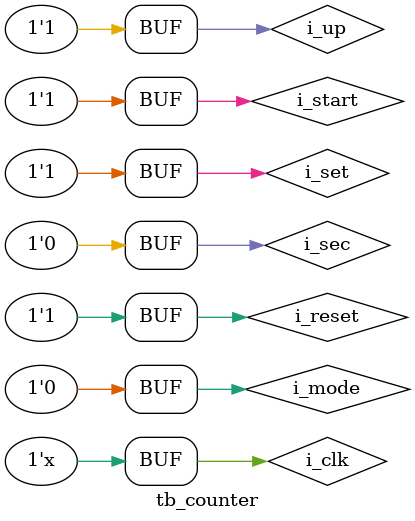
<source format=v>
`timescale 1ns/1ps
module tb_counter;

reg i_clk, i_reset, i_mode, i_set, i_sec, i_min, i_hour, i_up, i_down;
wire [5:0] o_count_h, o_count_m, o_count_s;

wire w_clk_div;

clock_counter cc(
    .i_clk(i_clk),
    .i_reset(i_reset),
    .i_clk_div(w_clk_div),
    .i_mode(i_mode),
    .i_set(i_set),
    .i_sec(i_sec),
    .i_min(i_min),
    .i_hour(i_hour),
    .i_up(i_up),
    .i_down(i_down),
    .o_count_h(o_count_h),
    .o_count_m(o_count_m),
    .o_count_s(o_count_s)
);

clock_div cd(
    .i_clk(i_clk),
    .i_reset(i_reset),
    .o_clk_out(w_clk_div)
);


initial begin
    i_clk = 0;
    i_up = 1;
    i_reset = 1;
    #3
    i_reset = 0;
    #3
    i_reset = 1;
    i_set = 1;
    i_mode = 1;
    i_sec = 1;
    #10
    i_mode = 0;
    i_sec = 0;
    i_start = 1;
end

always begin
    #5
    i_clk = ~i_clk;
end
/*
always begin
    #20
    i_up = ~i_up;
end
*/
endmodule
</source>
